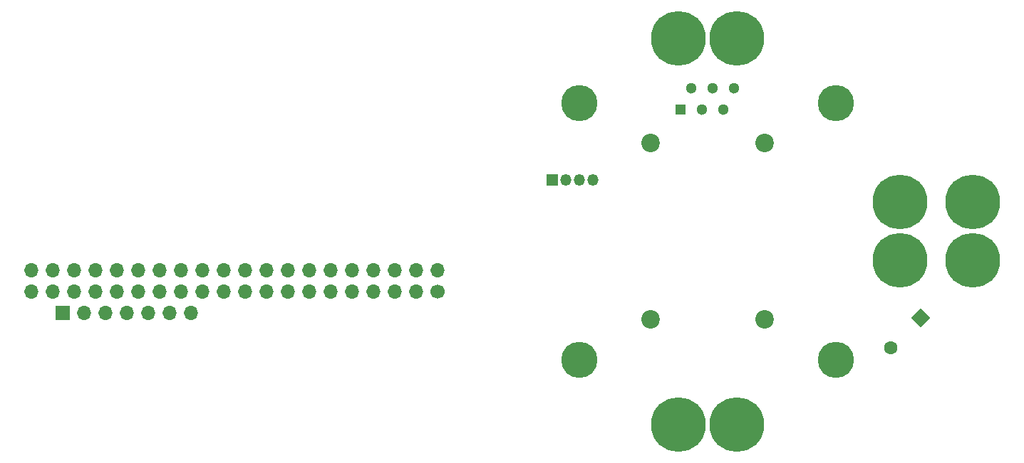
<source format=gts>
G04 #@! TF.GenerationSoftware,KiCad,Pcbnew,7.0.9*
G04 #@! TF.CreationDate,2024-12-11T14:01:49+08:00*
G04 #@! TF.ProjectId,thingy,7468696e-6779-42e6-9b69-6361645f7063,rev?*
G04 #@! TF.SameCoordinates,Original*
G04 #@! TF.FileFunction,Soldermask,Top*
G04 #@! TF.FilePolarity,Negative*
%FSLAX46Y46*%
G04 Gerber Fmt 4.6, Leading zero omitted, Abs format (unit mm)*
G04 Created by KiCad (PCBNEW 7.0.9) date 2024-12-11 14:01:49*
%MOMM*%
%LPD*%
G01*
G04 APERTURE LIST*
G04 Aperture macros list*
%AMRotRect*
0 Rectangle, with rotation*
0 The origin of the aperture is its center*
0 $1 length*
0 $2 width*
0 $3 Rotation angle, in degrees counterclockwise*
0 Add horizontal line*
21,1,$1,$2,0,0,$3*%
G04 Aperture macros list end*
%ADD10R,1.350000X1.350000*%
%ADD11O,1.350000X1.350000*%
%ADD12R,1.300000X1.300000*%
%ADD13C,1.300000*%
%ADD14C,4.300000*%
%ADD15C,6.500000*%
%ADD16C,2.200000*%
%ADD17C,1.700000*%
%ADD18O,1.700000X1.700000*%
%ADD19RotRect,1.600000X1.600000X225.000000*%
%ADD20C,1.600000*%
%ADD21R,1.700000X1.700000*%
G04 APERTURE END LIST*
D10*
X-18400000Y6100000D03*
D11*
X-16800000Y6100000D03*
X-15200000Y6100000D03*
X-13600000Y6100000D03*
D12*
X-3175000Y14547500D03*
D13*
X-1905000Y17087500D03*
X-635000Y14547500D03*
X635000Y17087500D03*
X1905000Y14547500D03*
X3175000Y17087500D03*
D14*
X-15250000Y-15250000D03*
D15*
X-3475000Y23000000D03*
X3475000Y23000000D03*
X3475000Y-23000000D03*
X-3475000Y-23000000D03*
D16*
X6750000Y-10500000D03*
D14*
X15250000Y-15250000D03*
D16*
X6750000Y10500000D03*
X-6750000Y-10500000D03*
D14*
X15250000Y15250000D03*
X-15250000Y15250000D03*
D15*
X22900000Y3475000D03*
X22900000Y-3475000D03*
D17*
X-32050000Y-7190000D03*
D18*
X-32050000Y-4650000D03*
X-34590000Y-7190000D03*
X-34590000Y-4650000D03*
X-37130000Y-7190000D03*
X-37130000Y-4650000D03*
X-39670000Y-7190000D03*
X-39670000Y-4650000D03*
X-42210000Y-7190000D03*
X-42210000Y-4650000D03*
X-44750000Y-7190000D03*
X-44750000Y-4650000D03*
X-47290000Y-7190000D03*
X-47290000Y-4650000D03*
X-49830000Y-7190000D03*
X-49830000Y-4650000D03*
X-52370000Y-7190000D03*
X-52370000Y-4650000D03*
X-54910000Y-7190000D03*
X-54910000Y-4650000D03*
X-57450000Y-7190000D03*
X-57450000Y-4650000D03*
X-59990000Y-7190000D03*
X-59990000Y-4650000D03*
X-62530000Y-7190000D03*
X-62530000Y-4650000D03*
X-65070000Y-7190000D03*
X-65070000Y-4650000D03*
X-67610000Y-7190000D03*
X-67610000Y-4650000D03*
X-70150000Y-7190000D03*
X-70150000Y-4650000D03*
X-72690000Y-7190000D03*
X-72690000Y-4650000D03*
X-75230000Y-7190000D03*
X-75230000Y-4650000D03*
X-77770000Y-7190000D03*
X-77770000Y-4650000D03*
X-80310000Y-7190000D03*
X-80310000Y-4650000D03*
D15*
X31500000Y3475000D03*
X31500000Y-3475000D03*
D16*
X-6750000Y10500000D03*
D19*
X25297727Y-10332233D03*
D20*
X21762193Y-13867767D03*
D21*
X-76620000Y-9700000D03*
D18*
X-74080000Y-9700000D03*
X-71540000Y-9700000D03*
X-69000000Y-9700000D03*
X-66460000Y-9700000D03*
X-63920000Y-9700000D03*
X-61380000Y-9700000D03*
M02*

</source>
